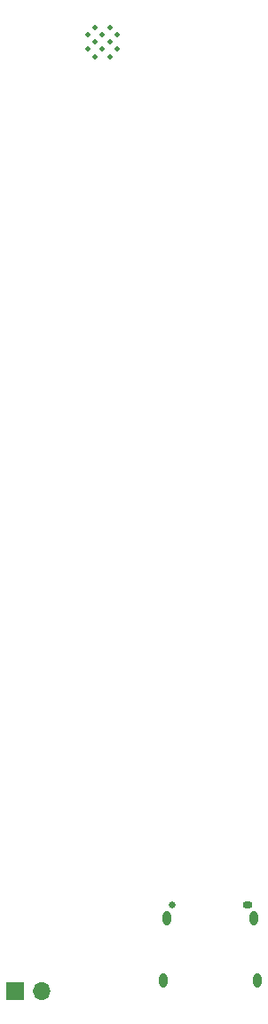
<source format=gbs>
G04 #@! TF.GenerationSoftware,KiCad,Pcbnew,6.0.2+dfsg-1*
G04 #@! TF.CreationDate,2024-03-31T18:10:36+09:00*
G04 #@! TF.ProjectId,remote_controller,72656d6f-7465-45f6-936f-6e74726f6c6c,rev?*
G04 #@! TF.SameCoordinates,Original*
G04 #@! TF.FileFunction,Soldermask,Bot*
G04 #@! TF.FilePolarity,Negative*
%FSLAX46Y46*%
G04 Gerber Fmt 4.6, Leading zero omitted, Abs format (unit mm)*
G04 Created by KiCad (PCBNEW 6.0.2+dfsg-1) date 2024-03-31 18:10:36*
%MOMM*%
%LPD*%
G01*
G04 APERTURE LIST*
%ADD10R,1.700000X1.700000*%
%ADD11O,1.700000X1.700000*%
%ADD12C,0.650000*%
%ADD13O,0.950000X0.650000*%
%ADD14O,0.800000X1.400000*%
%ADD15C,0.504000*%
G04 APERTURE END LIST*
D10*
G04 #@! TO.C,J1*
X95190000Y-127920000D03*
D11*
X97730000Y-127920000D03*
G04 #@! TD*
D12*
G04 #@! TO.C,J2*
X110180000Y-119760000D03*
D13*
X117380000Y-119760000D03*
D14*
X109290000Y-126960000D03*
X118270000Y-126960000D03*
X109650000Y-121010000D03*
X117910000Y-121010000D03*
G04 #@! TD*
D15*
G04 #@! TO.C,U2*
X104900000Y-36840000D03*
X103500000Y-36840000D03*
X102100000Y-36840000D03*
X102100000Y-38240000D03*
X103500000Y-38240000D03*
X104900000Y-38240000D03*
X104200000Y-36140000D03*
X102800000Y-36140000D03*
X104200000Y-37540000D03*
X102800000Y-37540000D03*
X102800000Y-38940000D03*
X104200000Y-38940000D03*
G04 #@! TD*
M02*

</source>
